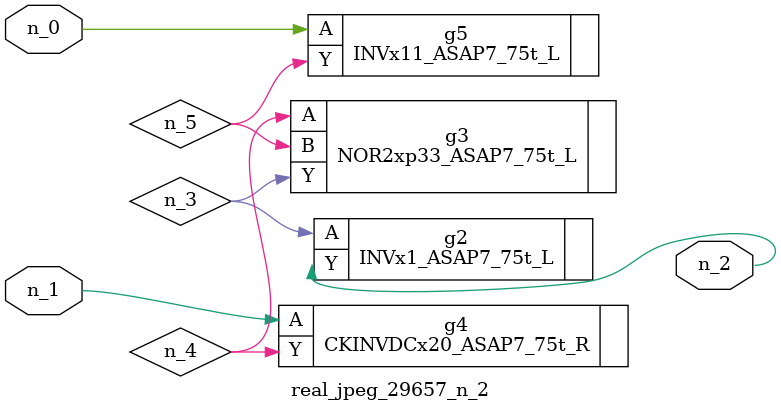
<source format=v>
module real_jpeg_29657_n_2 (n_1, n_0, n_2);

input n_1;
input n_0;

output n_2;

wire n_5;
wire n_4;
wire n_3;

INVx11_ASAP7_75t_L g5 ( 
.A(n_0),
.Y(n_5)
);

CKINVDCx20_ASAP7_75t_R g4 ( 
.A(n_1),
.Y(n_4)
);

INVx1_ASAP7_75t_L g2 ( 
.A(n_3),
.Y(n_2)
);

NOR2xp33_ASAP7_75t_L g3 ( 
.A(n_4),
.B(n_5),
.Y(n_3)
);


endmodule
</source>
